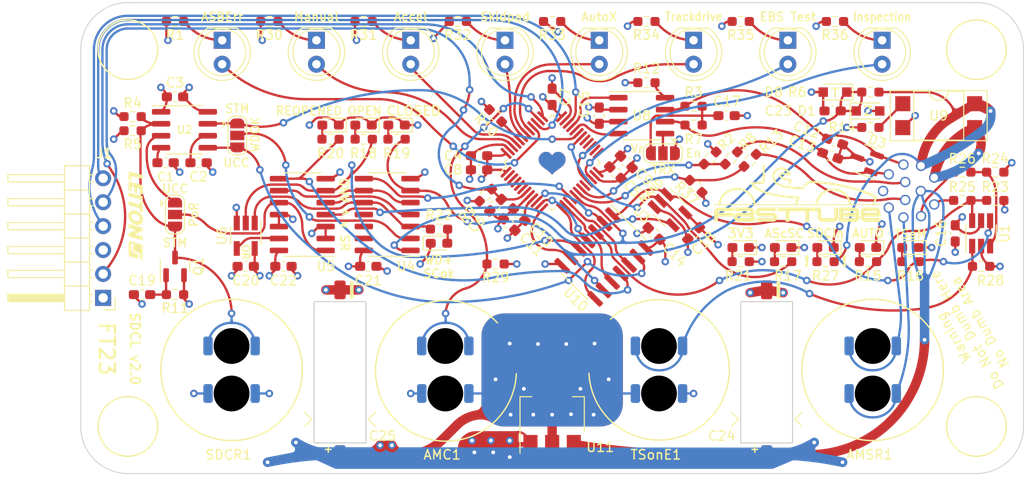
<source format=kicad_pcb>
(kicad_pcb (version 20211014) (generator pcbnew)

  (general
    (thickness 1.6)
  )

  (paper "A4")
  (layers
    (0 "F.Cu" signal)
    (1 "In1.Cu" power "In1-GND.Cu")
    (2 "In2.Cu" power "In2-3V3.Cu")
    (31 "B.Cu" signal)
    (33 "F.Adhes" user "F.Adhesive")
    (35 "F.Paste" user)
    (37 "F.SilkS" user "F.Silkscreen")
    (38 "B.Mask" user)
    (39 "F.Mask" user)
    (40 "Dwgs.User" user "User.Drawings")
    (41 "Cmts.User" user "User.Comments")
    (42 "Eco1.User" user "User.Eco1")
    (43 "Eco2.User" user "User.Eco2")
    (44 "Edge.Cuts" user)
    (45 "Margin" user)
    (46 "B.CrtYd" user "B.Courtyard")
    (47 "F.CrtYd" user "F.Courtyard")
    (49 "F.Fab" user)
  )

  (setup
    (stackup
      (layer "F.SilkS" (type "Top Silk Screen"))
      (layer "F.Paste" (type "Top Solder Paste"))
      (layer "F.Mask" (type "Top Solder Mask") (thickness 0.01))
      (layer "F.Cu" (type "copper") (thickness 0.035))
      (layer "dielectric 1" (type "core") (thickness 0.48) (material "FR4") (epsilon_r 4.5) (loss_tangent 0.02))
      (layer "In1.Cu" (type "copper") (thickness 0.035))
      (layer "dielectric 2" (type "prepreg") (thickness 0.48) (material "FR4") (epsilon_r 4.5) (loss_tangent 0.02))
      (layer "In2.Cu" (type "copper") (thickness 0.035))
      (layer "dielectric 3" (type "core") (thickness 0.48) (material "FR4") (epsilon_r 4.5) (loss_tangent 0.02))
      (layer "B.Cu" (type "copper") (thickness 0.035))
      (layer "B.Mask" (type "Bottom Solder Mask") (thickness 0.01))
      (copper_finish "None")
      (dielectric_constraints no)
    )
    (pad_to_mask_clearance 0)
    (pcbplotparams
      (layerselection 0x00010e0_ffffffff)
      (disableapertmacros false)
      (usegerberextensions false)
      (usegerberattributes true)
      (usegerberadvancedattributes true)
      (creategerberjobfile true)
      (svguseinch false)
      (svgprecision 6)
      (excludeedgelayer true)
      (plotframeref false)
      (viasonmask false)
      (mode 1)
      (useauxorigin false)
      (hpglpennumber 1)
      (hpglpenspeed 20)
      (hpglpendiameter 15.000000)
      (dxfpolygonmode true)
      (dxfimperialunits true)
      (dxfusepcbnewfont true)
      (psnegative false)
      (psa4output false)
      (plotreference true)
      (plotvalue true)
      (plotinvisibletext false)
      (sketchpadsonfab false)
      (subtractmaskfromsilk false)
      (outputformat 1)
      (mirror false)
      (drillshape 0)
      (scaleselection 1)
      (outputdirectory "export/gbr/")
    )
  )

  (net 0 "")
  (net 1 "GND")
  (net 2 "NRST")
  (net 3 "+12V")
  (net 4 "AMC")
  (net 5 "TRACESWO")
  (net 6 "SWDIO")
  (net 7 "SWCLK")
  (net 8 "Net-(R12-Pad1)")
  (net 9 "AMSRin")
  (net 10 "AMSRout")
  (net 11 "+3.3V")
  (net 12 "/CAN TRX/CAN_H")
  (net 13 "/CAN TRX/CAN_L")
  (net 14 "Net-(C19-Pad1)")
  (net 15 "/Connections/SDC_in_3V3")
  (net 16 "Net-(D2-Pad1)")
  (net 17 "Net-(D4-Pad2)")
  (net 18 "/Backup AMI/AMI0")
  (net 19 "Net-(D15-Pad1)")
  (net 20 "/Backup AMI/AMI1")
  (net 21 "Net-(D16-Pad1)")
  (net 22 "/Backup AMI/AMI2")
  (net 23 "Net-(D17-Pad1)")
  (net 24 "/Backup AMI/AMI3")
  (net 25 "Net-(D18-Pad1)")
  (net 26 "/Backup AMI/AMI4")
  (net 27 "Net-(D19-Pad1)")
  (net 28 "/Backup AMI/AMI5")
  (net 29 "Net-(D20-Pad1)")
  (net 30 "/Backup AMI/AMI6")
  (net 31 "Net-(J2-Pad1)")
  (net 32 "Net-(J2-Pad9)")
  (net 33 "Net-(R14-Pad2)")
  (net 34 "Net-(D5-Pad2)")
  (net 35 "Net-(D6-Pad2)")
  (net 36 "Net-(D7-Pad2)")
  (net 37 "Net-(D9-Pad2)")
  (net 38 "Net-(D10-Pad2)")
  (net 39 "Net-(D11-Pad2)")
  (net 40 "Net-(D12-Pad2)")
  (net 41 "Net-(D13-Pad2)")
  (net 42 "/Non-Programmable Logic/~{WDO}")
  (net 43 "/Non-Programmable Logic/RP")
  (net 44 "/Non-Programmable Logic/WP")
  (net 45 "/Controller/TS_activate_MUXed")
  (net 46 "/Non-Programmable Logic/close_while_allowed")
  (net 47 "/Non-Programmable Logic/~{reset_all}")
  (net 48 "/Non-Programmable Logic/closing_allowed")
  (net 49 "/Non-Programmable Logic/~{reopen}")
  (net 50 "/Non-Programmable Logic/WD_and_SDCin_ok")
  (net 51 "/Non-Programmable Logic/~{try_close}")
  (net 52 "Net-(J2-Pad11)")
  (net 53 "Net-(J2-Pad12)")
  (net 54 "Net-(JPPoR1-Pad1)")
  (net 55 "/Connections/SDC_out")
  (net 56 "/Connections/SDC_in")
  (net 57 "/Connections/TS_activate_dash")
  (net 58 "/Controller/Watchdog")
  (net 59 "WD_OK")
  (net 60 "/CAN TRX/CAN_TX")
  (net 61 "/CAN TRX/CAN_RX")
  (net 62 "Net-(D14-Pad1)")
  (net 63 "/Connections/ASMS")
  (net 64 "/Buttons/~{SDC_reset}")
  (net 65 "/Controller/AS_close_SDC")
  (net 66 "CLOSED")
  (net 67 "INITIAL_OPEN")
  (net 68 "REOPENED")
  (net 69 "/Buttons/TS_activate_ext")
  (net 70 "/Controller/SDC_is_ready")
  (net 71 "unconnected-(U7-Pad3)")
  (net 72 "unconnected-(U7-Pad4)")
  (net 73 "unconnected-(U7-Pad5)")
  (net 74 "Net-(U10-Pad2)")
  (net 75 "Net-(U10-Pad4)")
  (net 76 "Net-(U10-Pad6)")
  (net 77 "Net-(U10-Pad8)")
  (net 78 "Net-(U10-Pad10)")
  (net 79 "Net-(U10-Pad12)")
  (net 80 "unconnected-(U7-Pad20)")
  (net 81 "unconnected-(U7-Pad25)")
  (net 82 "unconnected-(U7-Pad26)")
  (net 83 "unconnected-(U7-Pad27)")
  (net 84 "unconnected-(U7-Pad28)")
  (net 85 "/CAN TRX/Vref")
  (net 86 "Net-(JP1-Pad2)")
  (net 87 "unconnected-(U4-Pad11)")
  (net 88 "unconnected-(U4-Pad12)")
  (net 89 "unconnected-(U4-Pad13)")
  (net 90 "LV_SENSE_2")
  (net 91 "LV_SENSE_1")
  (net 92 "unconnected-(U7-Pad29)")
  (net 93 "unconnected-(U7-Pad6)")
  (net 94 "/Controller/asb_error")
  (net 95 "Net-(R10-Pad1)")
  (net 96 "unconnected-(U7-Pad2)")

  (footprint "Capacitor_SMD:C_0603_1608Metric_Pad1.08x0.95mm_HandSolder" (layer "F.Cu") (at 109 67))

  (footprint "Capacitor_SMD:C_0603_1608Metric_Pad1.08x0.95mm_HandSolder" (layer "F.Cu") (at 112.5 67))

  (footprint "Capacitor_SMD:C_0603_1608Metric_Pad1.08x0.95mm_HandSolder" (layer "F.Cu") (at 110 60 180))

  (footprint "Capacitor_SMD:C_0603_1608Metric_Pad1.08x0.95mm_HandSolder" (layer "F.Cu") (at 142.25 66.25 180))

  (footprint "Capacitor_SMD:C_0603_1608Metric_Pad1.08x0.95mm_HandSolder" (layer "F.Cu") (at 156.717515 68.06066 -45))

  (footprint "Capacitor_SMD:C_0603_1608Metric_Pad1.08x0.95mm_HandSolder" (layer "F.Cu") (at 144 71.5 -135))

  (footprint "Capacitor_SMD:C_0603_1608Metric_Pad1.08x0.95mm_HandSolder" (layer "F.Cu") (at 150 60 90))

  (footprint "Capacitor_SMD:C_0603_1608Metric_Pad1.08x0.95mm_HandSolder" (layer "F.Cu") (at 142.25 67.75 180))

  (footprint "Capacitor_SMD:C_0603_1608Metric_Pad1.08x0.95mm_HandSolder" (layer "F.Cu") (at 157.867538 66.897577 -45))

  (footprint "Capacitor_SMD:C_0603_1608Metric_Pad1.08x0.95mm_HandSolder" (layer "F.Cu") (at 146.5 72.5 135))

  (footprint "Capacitor_SMD:C_0603_1608Metric_Pad1.08x0.95mm_HandSolder" (layer "F.Cu") (at 145.43934 73.56066 135))

  (footprint "Capacitor_SMD:C_0603_1608Metric_Pad1.08x0.95mm_HandSolder" (layer "F.Cu") (at 180 64.75 -20))

  (footprint "Capacitor_SMD:C_0603_1608Metric_Pad1.08x0.95mm_HandSolder" (layer "F.Cu") (at 179.5 66.25 160))

  (footprint "Package_TO_SOT_SMD:SOT-23-5_HandSoldering" (layer "F.Cu") (at 162.5 72 -45))

  (footprint "Capacitor_SMD:C_0603_1608Metric_Pad1.08x0.95mm_HandSolder" (layer "F.Cu") (at 155 62 90))

  (footprint "Package_TO_SOT_SMD:SOT-23-5_HandSoldering" (layer "F.Cu") (at 117.5 74.75 -90))

  (footprint "Resistor_SMD:R_0603_1608Metric_Pad0.98x0.95mm_HandSolder" (layer "F.Cu") (at 105.5 62.1))

  (footprint "Resistor_SMD:R_0603_1608Metric_Pad0.98x0.95mm_HandSolder" (layer "F.Cu") (at 105.5 63.6 180))

  (footprint "Resistor_SMD:R_0603_1608Metric_Pad0.98x0.95mm_HandSolder" (layer "F.Cu") (at 183.75 59.5 180))

  (footprint "Resistor_SMD:R_0603_1608Metric_Pad0.98x0.95mm_HandSolder" (layer "F.Cu") (at 142.93934 70.43934 45))

  (footprint "Resistor_SMD:R_0603_1608Metric_Pad0.98x0.95mm_HandSolder" (layer "F.Cu") (at 144 62 135))

  (footprint "Resistor_SMD:R_0603_1608Metric_Pad0.98x0.95mm_HandSolder" (layer "F.Cu") (at 160 58.5 180))

  (footprint "Package_TO_SOT_SMD:SOT-23-6_Handsoldering" (layer "F.Cu") (at 195.5 74.5 90))

  (footprint "Package_SO:SOIC-8_3.9x4.9mm_P1.27mm" (layer "F.Cu") (at 111 63.5))

  (footprint "Package_SO:SOIC-14_3.9x8.7mm_P1.27mm" (layer "F.Cu") (at 132.5 72.5 180))

  (footprint "Package_SO:SOIC-14_3.9x8.7mm_P1.27mm" (layer "F.Cu") (at 123.5 72.503922 180))

  (footprint "Package_QFP:LQFP-48_7x7mm_P0.5mm" (layer "F.Cu") (at 150 67 45))

  (footprint "Package_SO:SOIC-8_3.9x4.9mm_P1.27mm" (layer "F.Cu") (at 159.5 62))

  (footprint "Resistor_SMD:R_0603_1608Metric_Pad0.98x0.95mm_HandSolder" (layer "F.Cu") (at 183.75 63.25))

  (footprint "Package_DIP:DIP-4_W7.62mm_SMDSocket_SmallPads" (layer "F.Cu") (at 191 62))

  (footprint "Capacitor_SMD:C_0603_1608Metric_Pad1.08x0.95mm_HandSolder" (layer "F.Cu") (at 192.75 74.5 90))

  (footprint "Capacitor_SMD:C_0603_1608Metric_Pad1.08x0.95mm_HandSolder" (layer "F.Cu") (at 165 74.5 45))

  (footprint "Capacitor_SMD:C_0603_1608Metric_Pad1.08x0.95mm_HandSolder" (layer "F.Cu") (at 117.5 78))

  (footprint "Capacitor_SMD:C_0603_1608Metric_Pad1.08x0.95mm_HandSolder" (layer "F.Cu") (at 130.5 78 180))

  (footprint "Capacitor_SMD:C_0603_1608Metric_Pad1.08x0.95mm_HandSolder" (layer "F.Cu") (at 121.5 78 180))

  (footprint "Diode_SMD:D_0603_1608Metric_Pad1.05x0.95mm_HandSolder" (layer "F.Cu") (at 183.5 76 180))

  (footprint "Diode_SMD:D_0603_1608Metric_Pad1.05x0.95mm_HandSolder" (layer "F.Cu") (at 188 76 180))

  (footprint "Diode_SMD:D_0603_1608Metric_Pad1.05x0.95mm_HandSolder" (layer "F.Cu") (at 174.5 76 180))

  (footprint "Diode_SMD:D_0603_1608Metric_Pad1.05x0.95mm_HandSolder" (layer "F.Cu") (at 130 63 180))

  (footprint "Diode_SMD:D_0603_1608Metric_Pad1.05x0.95mm_HandSolder" (layer "F.Cu") (at 133.5 63 180))

  (footprint "Diode_SMD:D_0603_1608Metric_Pad1.05x0.95mm_HandSolder" (layer "F.Cu") (at 126.5 63 180))

  (footprint "Diode_SMD:D_0603_1608Metric_Pad1.05x0.95mm_HandSolder" (layer "F.Cu") (at 170 76 180))

  (footprint "Resistor_SMD:R_0603_1608Metric_Pad0.98x0.95mm_HandSolder" (layer "F.Cu") (at 183.5 77.5 180))

  (footprint "Resistor_SMD:R_0603_1608Metric_Pad0.98x0.95mm_HandSolder" (layer "F.Cu") (at 188 77.5))

  (footprint "Diode_SMD:D_0603_1608Metric_Pad1.05x0.95mm_HandSolder" (layer "F.Cu") (at 138 75.545))

  (footprint "Resistor_SMD:R_0603_1608Metric_Pad0.98x0.95mm_HandSolder" (layer "F.Cu") (at 174.5 77.5 180))

  (footprint "Resistor_SMD:R_0603_1608Metric_Pad0.98x0.95mm_HandSolder" (layer "F.Cu") (at 130.016666 64.5 180))

  (footprint "Resistor_SMD:R_0603_1608Metric_Pad0.98x0.95mm_HandSolder" (layer "F.Cu") (at 133.5 64.5 180))

  (footprint "Resistor_SMD:R_0603_1608Metric_Pad0.98x0.95mm_HandSolder" (layer "F.Cu") (at 126.5 64.5 180))

  (footprint "Resistor_SMD:R_0603_1608Metric_Pad0.98x0.95mm_HandSolder" (layer "F.Cu") (at 170 77.5 180))

  (footprint "Resistor_SMD:R_0603_1608Metric_Pad0.98x0.95mm_HandSolder" (layer "F.Cu") (at 138 74.045 180))

  (footprint "Capacitor_SMD:C_0603_1608Metric_Pad1.08x0.95mm_HandSolder" (layer "F.Cu") (at 179.75 61.5))

  (footprint "Diode_SMD:D_SOD-323_HandSoldering" (layer "F.Cu") (at 180 59.5 180))

  (footprint "MountingHole:MountingHole_3.2mm_M3" (layer "F.Cu")
    (tedit 56D1B4CB) (tstamp 00000000-0000-0000-0000-000061bee488)
    (at 105 55 180)
    (descr "Mounting Hole 3.2mm, no annular, M3")
    (tags "mounting hole 3.2mm no annular m3")
    (property "Sheetfile" "connections.kicad_sch")
    (property "Sheetname" "Connections")
    (path "/00000000-0000-0000-0000-000061bba8ea/00000000-0000-0000-0000-000061bd2819")
    (attr exclude_from_pos_files)
    (fp_text reference "H1" (at 0 -4.2) (layer "F.SilkS") hide
      (effects (font (size 1 1) (thickness 0.15)))
      (tstamp 47fadd5d-e63f-4824-9b10-de5d2fb6df9a)
    )
    (fp_text value "MountingHole" (at 0 4.2) (layer "F.Fab")
      (effects (font (size 1 1) (thi
... [1422837 chars truncated]
</source>
